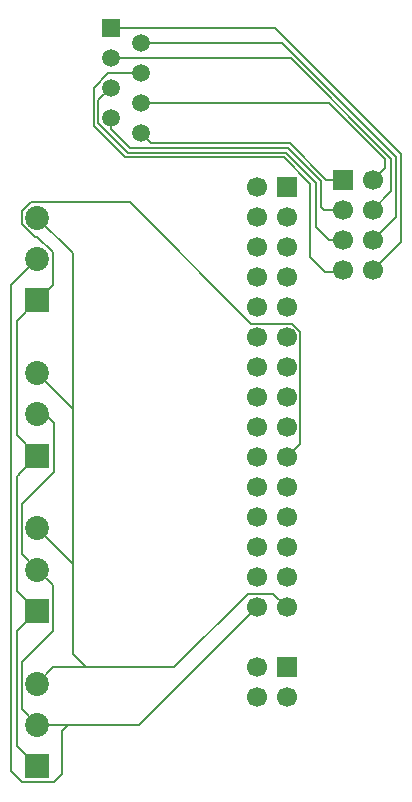
<source format=gbr>
%TF.GenerationSoftware,KiCad,Pcbnew,9.0.1*%
%TF.CreationDate,2025-09-29T10:12:09-04:00*%
%TF.ProjectId,LP_breakout,4c505f62-7265-4616-9b6f-75742e6b6963,rev?*%
%TF.SameCoordinates,Original*%
%TF.FileFunction,Copper,L1,Top*%
%TF.FilePolarity,Positive*%
%FSLAX46Y46*%
G04 Gerber Fmt 4.6, Leading zero omitted, Abs format (unit mm)*
G04 Created by KiCad (PCBNEW 9.0.1) date 2025-09-29 10:12:09*
%MOMM*%
%LPD*%
G01*
G04 APERTURE LIST*
%TA.AperFunction,ComponentPad*%
%ADD10R,2.025000X2.025000*%
%TD*%
%TA.AperFunction,ComponentPad*%
%ADD11C,2.025000*%
%TD*%
%TA.AperFunction,ComponentPad*%
%ADD12R,1.500000X1.500000*%
%TD*%
%TA.AperFunction,ComponentPad*%
%ADD13C,1.500000*%
%TD*%
%TA.AperFunction,ComponentPad*%
%ADD14R,1.700000X1.700000*%
%TD*%
%TA.AperFunction,ComponentPad*%
%ADD15C,1.700000*%
%TD*%
%TA.AperFunction,Conductor*%
%ADD16C,0.200000*%
%TD*%
G04 APERTURE END LIST*
D10*
%TO.P,J9,1,Pin_1*%
%TO.N,/SDI_COMM*%
X81880000Y-97368000D03*
D11*
%TO.P,J9,2,Pin_2*%
%TO.N,/SDI_GND*%
X81880000Y-93868000D03*
%TO.P,J9,3,Pin_3*%
%TO.N,/SDI_PWR*%
X81880000Y-90368000D03*
%TD*%
D10*
%TO.P,J7,1,Pin_1*%
%TO.N,/SDI_COMM*%
X81880000Y-71068000D03*
D11*
%TO.P,J7,2,Pin_2*%
%TO.N,/SDI_GND*%
X81880000Y-67568000D03*
%TO.P,J7,3,Pin_3*%
%TO.N,/SDI_PWR*%
X81880000Y-64068000D03*
%TD*%
D12*
%TO.P,J1,1*%
%TO.N,/BTN_RST_{-}*%
X88100000Y-34868500D03*
D13*
%TO.P,J1,2*%
%TO.N,/BTN_RST_{+}*%
X90640000Y-36138500D03*
%TO.P,J1,3*%
%TO.N,/LED_HDD_{-}*%
X88100000Y-37408500D03*
%TO.P,J1,4*%
%TO.N,/BTN_PWR_{+}*%
X90640000Y-38678500D03*
%TO.P,J1,5*%
%TO.N,/BTN_PWR_{-}*%
X88100000Y-39948500D03*
%TO.P,J1,6*%
%TO.N,/LED_HDD_{+}*%
X90640000Y-41218500D03*
%TO.P,J1,7*%
%TO.N,/LED_PWR_{-}*%
X88100000Y-42488500D03*
%TO.P,J1,8*%
%TO.N,/LED_PWR_{+}*%
X90640000Y-43758500D03*
%TD*%
D10*
%TO.P,J8,1,Pin_1*%
%TO.N,/SDI_COMM*%
X81880000Y-84218000D03*
D11*
%TO.P,J8,2,Pin_2*%
%TO.N,/SDI_GND*%
X81880000Y-80718000D03*
%TO.P,J8,3,Pin_3*%
%TO.N,/SDI_PWR*%
X81880000Y-77218000D03*
%TD*%
D10*
%TO.P,J6,1,Pin_1*%
%TO.N,/SDI_COMM*%
X81880000Y-57918000D03*
D11*
%TO.P,J6,2,Pin_2*%
%TO.N,/SDI_GND*%
X81880000Y-54418000D03*
%TO.P,J6,3,Pin_3*%
%TO.N,/SDI_PWR*%
X81880000Y-50918000D03*
%TD*%
D14*
%TO.P,J3,1,Pin_1*%
%TO.N,/LED_PWR_{+}*%
X107750000Y-47710000D03*
D15*
%TO.P,J3,2,Pin_2*%
%TO.N,/LED_HDD_{+}*%
X110290000Y-47710000D03*
%TO.P,J3,3,Pin_3*%
%TO.N,/LED_PWR_{-}*%
X107750000Y-50250000D03*
%TO.P,J3,4,Pin_4*%
%TO.N,/LED_HDD_{-}*%
X110290000Y-50250000D03*
%TO.P,J3,5,Pin_5*%
%TO.N,/BTN_PWR_{-}*%
X107750000Y-52790000D03*
%TO.P,J3,6,Pin_6*%
%TO.N,/BTN_RST_{+}*%
X110290000Y-52790000D03*
%TO.P,J3,7,Pin_7*%
%TO.N,/BTN_PWR_{+}*%
X107750000Y-55330000D03*
%TO.P,J3,8,Pin_8*%
%TO.N,/BTN_RST_{-}*%
X110290000Y-55330000D03*
%TD*%
D14*
%TO.P,J4,1,Pin_1*%
%TO.N,unconnected-(J4-Pin_1-Pad1)*%
X103000000Y-48350000D03*
D15*
%TO.P,J4,2,Pin_2*%
%TO.N,unconnected-(J4-Pin_2-Pad2)*%
X100460000Y-48350000D03*
%TO.P,J4,3,Pin_3*%
%TO.N,unconnected-(J4-Pin_3-Pad3)*%
X103000000Y-50890000D03*
%TO.P,J4,4,Pin_4*%
%TO.N,unconnected-(J4-Pin_4-Pad4)*%
X100460000Y-50890000D03*
%TO.P,J4,5,Pin_5*%
%TO.N,unconnected-(J4-Pin_5-Pad5)*%
X103000000Y-53430000D03*
%TO.P,J4,6,Pin_6*%
%TO.N,unconnected-(J4-Pin_6-Pad6)*%
X100460000Y-53430000D03*
%TO.P,J4,7,Pin_7*%
%TO.N,unconnected-(J4-Pin_7-Pad7)*%
X103000000Y-55970000D03*
%TO.P,J4,8,Pin_8*%
%TO.N,unconnected-(J4-Pin_8-Pad8)*%
X100460000Y-55970000D03*
%TO.P,J4,9,Pin_9*%
%TO.N,unconnected-(J4-Pin_9-Pad9)*%
X103000000Y-58510000D03*
%TO.P,J4,10,Pin_10*%
%TO.N,unconnected-(J4-Pin_10-Pad10)*%
X100460000Y-58510000D03*
%TO.P,J4,11,Pin_11*%
%TO.N,unconnected-(J4-Pin_11-Pad11)*%
X103000000Y-61050000D03*
%TO.P,J4,12,Pin_12*%
%TO.N,unconnected-(J4-Pin_12-Pad12)*%
X100460000Y-61050000D03*
%TO.P,J4,13,Pin_13*%
%TO.N,unconnected-(J4-Pin_13-Pad13)*%
X103000000Y-63590000D03*
%TO.P,J4,14,Pin_14*%
%TO.N,unconnected-(J4-Pin_14-Pad14)*%
X100460000Y-63590000D03*
%TO.P,J4,15,Pin_15*%
%TO.N,unconnected-(J4-Pin_15-Pad15)*%
X103000000Y-66130000D03*
%TO.P,J4,16,Pin_16*%
%TO.N,unconnected-(J4-Pin_16-Pad16)*%
X100460000Y-66130000D03*
%TO.P,J4,17,Pin_17*%
%TO.N,unconnected-(J4-Pin_17-Pad17)*%
X103000000Y-68670000D03*
%TO.P,J4,18,Pin_18*%
%TO.N,unconnected-(J4-Pin_18-Pad18)*%
X100460000Y-68670000D03*
%TO.P,J4,19,Pin_19*%
%TO.N,/SDI_COMM*%
X103000000Y-71210000D03*
%TO.P,J4,20,Pin_20*%
%TO.N,unconnected-(J4-Pin_20-Pad20)*%
X100460000Y-71210000D03*
%TO.P,J4,21,Pin_21*%
%TO.N,unconnected-(J4-Pin_21-Pad21)*%
X103000000Y-73750000D03*
%TO.P,J4,22,Pin_22*%
%TO.N,unconnected-(J4-Pin_22-Pad22)*%
X100460000Y-73750000D03*
%TO.P,J4,23,Pin_23*%
%TO.N,unconnected-(J4-Pin_23-Pad23)*%
X103000000Y-76290000D03*
%TO.P,J4,24,Pin_24*%
%TO.N,unconnected-(J4-Pin_24-Pad24)*%
X100460000Y-76290000D03*
%TO.P,J4,25,Pin_25*%
%TO.N,unconnected-(J4-Pin_25-Pad25)*%
X103000000Y-78830000D03*
%TO.P,J4,26,Pin_26*%
%TO.N,unconnected-(J4-Pin_26-Pad26)*%
X100460000Y-78830000D03*
%TO.P,J4,27,Pin_27*%
%TO.N,unconnected-(J4-Pin_27-Pad27)*%
X103000000Y-81370000D03*
%TO.P,J4,28,Pin_28*%
%TO.N,unconnected-(J4-Pin_28-Pad28)*%
X100460000Y-81370000D03*
%TO.P,J4,29,Pin_29*%
%TO.N,/SDI_PWR*%
X103000000Y-83910000D03*
%TO.P,J4,30,Pin_30*%
%TO.N,/SDI_GND*%
X100460000Y-83910000D03*
%TD*%
D14*
%TO.P,J5,1,Pin_1*%
%TO.N,unconnected-(J5-Pin_1-Pad1)*%
X103000000Y-89000000D03*
D15*
%TO.P,J5,2,Pin_2*%
%TO.N,unconnected-(J5-Pin_2-Pad2)*%
X100460000Y-89000000D03*
%TO.P,J5,3,Pin_3*%
%TO.N,unconnected-(J5-Pin_3-Pad3)*%
X103000000Y-91540000D03*
%TO.P,J5,4,Pin_4*%
%TO.N,unconnected-(J5-Pin_4-Pad4)*%
X100460000Y-91540000D03*
%TD*%
D16*
%TO.N,/BTN_PWR_{-}*%
X89541261Y-45416100D02*
X102935200Y-45416100D01*
X106540000Y-52790000D02*
X107750000Y-52790000D01*
X102935200Y-45416100D02*
X105500000Y-47980900D01*
X105500000Y-51750000D02*
X106540000Y-52790000D01*
X88100000Y-39948500D02*
X87049000Y-40999500D01*
X87049000Y-42923839D02*
X89541261Y-45416100D01*
X88100000Y-39948500D02*
X88100000Y-39732161D01*
X105500000Y-47980900D02*
X105500000Y-51750000D01*
X87049000Y-40999500D02*
X87049000Y-42923839D01*
%TO.N,/BTN_PWR_{+}*%
X107750000Y-55330000D02*
X107580000Y-55500000D01*
X87883661Y-38678500D02*
X90640000Y-38678500D01*
X102769100Y-45817100D02*
X89317100Y-45817100D01*
X105000000Y-54250000D02*
X105000000Y-48048000D01*
X107580000Y-55500000D02*
X106250000Y-55500000D01*
X86648000Y-43148000D02*
X86648000Y-39914161D01*
X86648000Y-39914161D02*
X87883661Y-38678500D01*
X89317100Y-45817100D02*
X86648000Y-43148000D01*
X105000000Y-48048000D02*
X102769100Y-45817100D01*
X106250000Y-55500000D02*
X105000000Y-54250000D01*
%TO.N,/LED_PWR_{+}*%
X91495600Y-44614100D02*
X103267400Y-44614100D01*
X90640000Y-43758500D02*
X91495600Y-44614100D01*
X103267400Y-44614100D02*
X106363300Y-47710000D01*
X106363300Y-47710000D02*
X107750000Y-47710000D01*
%TO.N,/LED_PWR_{-}*%
X106151000Y-50250000D02*
X107750000Y-50250000D01*
X88100000Y-42488500D02*
X88100000Y-43407739D01*
X89707361Y-45015100D02*
X103101300Y-45015100D01*
X103101300Y-45015100D02*
X105901000Y-47814800D01*
X105901000Y-50000000D02*
X106151000Y-50250000D01*
X88100000Y-43407739D02*
X89707361Y-45015100D01*
X105901000Y-47814800D02*
X105901000Y-50000000D01*
%TO.N,/LED_HDD_{+}*%
X111306900Y-46693100D02*
X110290000Y-47710000D01*
X106582300Y-41218500D02*
X111306900Y-45943100D01*
X111306900Y-45943100D02*
X111306900Y-46693100D01*
X90640000Y-41218500D02*
X106582300Y-41218500D01*
%TO.N,/BTN_RST_{+}*%
X111443000Y-44943000D02*
X112248000Y-45748000D01*
X112248000Y-50832000D02*
X110290000Y-52790000D01*
X111441000Y-44943000D02*
X111443000Y-44943000D01*
X112248000Y-45748000D02*
X112248000Y-50832000D01*
X90640000Y-36138500D02*
X102636500Y-36138500D01*
X102636500Y-36138500D02*
X111441000Y-44943000D01*
%TO.N,/LED_HDD_{-}*%
X111847000Y-45916100D02*
X111847000Y-48693000D01*
X103339400Y-37408500D02*
X111847000Y-45916100D01*
X88100000Y-37408500D02*
X103339400Y-37408500D01*
X111847000Y-48693000D02*
X110290000Y-50250000D01*
%TO.N,/BTN_RST_{-}*%
X88100000Y-34868500D02*
X102017500Y-34868500D01*
X112649000Y-45500000D02*
X112649000Y-52971000D01*
X102017500Y-34868500D02*
X112649000Y-45500000D01*
X112649000Y-52971000D02*
X110290000Y-55330000D01*
%TO.N,/SDI_COMM*%
X80566500Y-51462070D02*
X80566500Y-50373930D01*
X80566500Y-50373930D02*
X81335930Y-49604500D01*
X83193500Y-53873930D02*
X81892355Y-52572785D01*
X81335930Y-49604500D02*
X89688740Y-49604500D01*
X81880000Y-57918000D02*
X83193500Y-56604500D01*
X104151000Y-70059000D02*
X103000000Y-71210000D01*
X103476760Y-59899000D02*
X104151000Y-60573240D01*
X80299500Y-72700500D02*
X80165500Y-72834500D01*
X104151000Y-60573240D02*
X104151000Y-70059000D01*
X80165500Y-82566500D02*
X81750000Y-84151000D01*
X81750000Y-84151000D02*
X81900000Y-84151000D01*
X89688740Y-49604500D02*
X99983240Y-59899000D01*
X81880000Y-71068000D02*
X80299500Y-72648500D01*
X80299500Y-72648500D02*
X80299500Y-72700500D01*
X81892355Y-52572785D02*
X81677215Y-52572785D01*
X80165500Y-72834500D02*
X80165500Y-82566500D01*
X81880000Y-57918000D02*
X80156000Y-59642000D01*
X81880000Y-71068000D02*
X81833000Y-71068000D01*
X81880000Y-71068000D02*
X80156000Y-69344000D01*
X99983240Y-59899000D02*
X103476760Y-59899000D01*
X83193500Y-56604500D02*
X83193500Y-53873930D01*
X80165500Y-85932500D02*
X80165500Y-95653500D01*
X81880000Y-84218000D02*
X80165500Y-85932500D01*
X80165500Y-95653500D02*
X81880000Y-97368000D01*
X81677215Y-52572785D02*
X80566500Y-51462070D01*
X80156000Y-59642000D02*
X80156000Y-69344000D01*
%TO.N,/SDI_PWR*%
X84901000Y-67089000D02*
X84901000Y-67099000D01*
X81880000Y-64068000D02*
X84901000Y-67089000D01*
X84901000Y-87347000D02*
X84901000Y-80239000D01*
X81880000Y-50918000D02*
X84901000Y-53939000D01*
X83239000Y-89009000D02*
X86000000Y-89009000D01*
X81880000Y-90368000D02*
X83239000Y-89009000D01*
X86000000Y-89009000D02*
X93491000Y-89009000D01*
X101840000Y-82750000D02*
X103000000Y-83910000D01*
X99750000Y-82750000D02*
X101840000Y-82750000D01*
X81900000Y-77151000D02*
X82301000Y-76750000D01*
X84901000Y-67099000D02*
X84901000Y-80239000D01*
X84901000Y-80239000D02*
X81880000Y-77218000D01*
X84901000Y-87347000D02*
X84901000Y-87910000D01*
X84901000Y-53939000D02*
X84901000Y-67099000D01*
X84901000Y-87910000D02*
X86000000Y-89009000D01*
X93491000Y-89009000D02*
X99750000Y-82750000D01*
%TO.N,/SDI_GND*%
X79650500Y-56650500D02*
X79650500Y-97765500D01*
X83318500Y-98681500D02*
X84000000Y-98000000D01*
X89000000Y-93868000D02*
X90502000Y-93868000D01*
X80566500Y-79404500D02*
X81880000Y-80718000D01*
X83200500Y-85950500D02*
X80566500Y-88584500D01*
X80566500Y-98681500D02*
X83318500Y-98681500D01*
X81880000Y-93868000D02*
X84000000Y-93868000D01*
X81880000Y-67568000D02*
X82505800Y-67568000D01*
X90502000Y-93868000D02*
X100460000Y-83910000D01*
X83200500Y-82038500D02*
X83200500Y-85950500D01*
X81880000Y-80718000D02*
X83200500Y-82038500D01*
X81880000Y-54418000D02*
X81880000Y-54421000D01*
X80566500Y-75183500D02*
X80566500Y-79404500D01*
X83250000Y-72500000D02*
X80566500Y-75183500D01*
X88000000Y-93868000D02*
X88250000Y-93868000D01*
X79650500Y-97765500D02*
X80566500Y-98681500D01*
X83250000Y-68312200D02*
X83250000Y-72500000D01*
X88250000Y-93868000D02*
X89000000Y-93868000D01*
X84000000Y-98000000D02*
X84000000Y-94500000D01*
X84500000Y-93868000D02*
X88000000Y-93868000D01*
X88132000Y-93868000D02*
X89000000Y-93868000D01*
X82505800Y-67568000D02*
X83250000Y-68312200D01*
X80566500Y-92554500D02*
X81880000Y-93868000D01*
X81880000Y-54421000D02*
X79650500Y-56650500D01*
X84000000Y-94368000D02*
X84500000Y-93868000D01*
X84000000Y-93868000D02*
X84500000Y-93868000D01*
X80566500Y-88584500D02*
X80566500Y-92554500D01*
X84000000Y-94500000D02*
X84000000Y-94368000D01*
%TD*%
M02*

</source>
